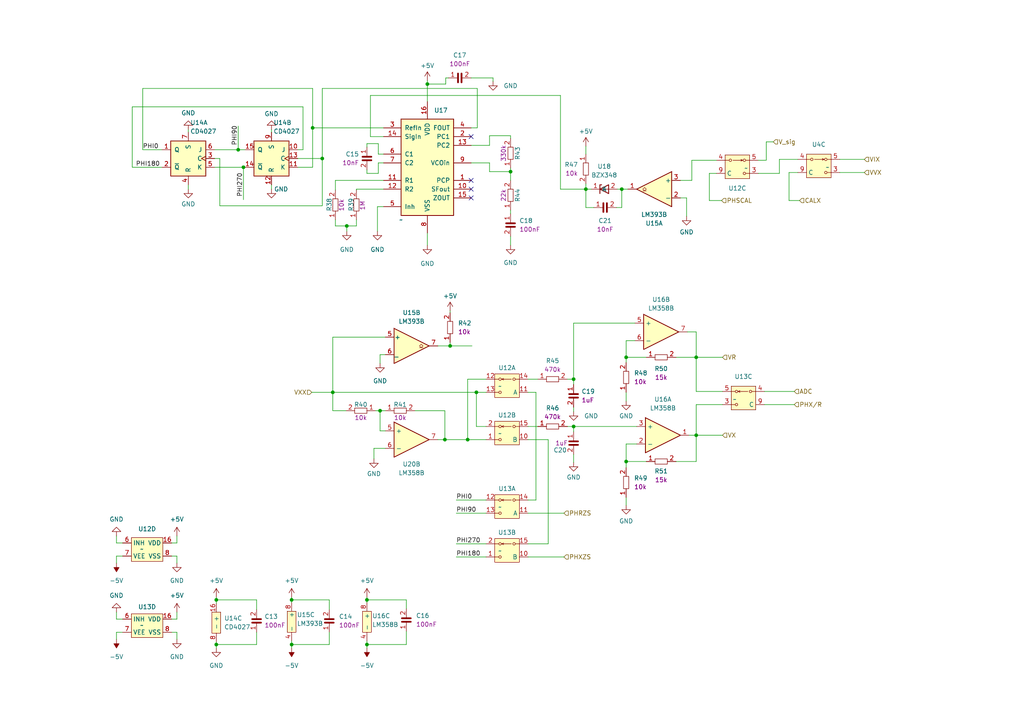
<source format=kicad_sch>
(kicad_sch (version 20230121) (generator eeschema)
  (paper "A4")
  (lib_symbols
    (symbol "Jojos_Lib:BZX348-C5V1"
      (property "Reference" "U" (at 0 0 0))
      (property "Value" "BZX348" (at 0 0 0))
      (symbol "BZX348-C5V1_0_1"
        (polyline (pts (xy 0.762 0) (xy -1.778 0)))
        (polyline (pts (xy -1.778 -1.27) (xy -1.778 1.27) (xy -1.27 1.27)) (stroke (width 0.254)))
        (polyline (pts (xy 0.762 -1.27) (xy 0.762 1.27) (xy -1.778 0) (xy 0.762 -1.27)) (stroke (width 0.254)))
      )
      (symbol "BZX348-C5V1_1_1"
        (pin passive line (at -4.318 0 0) (length 2.54) (name "K") (number "1"))
        (pin passive line (at 3.302 0 180) (length 2.54) (name "A") (number "2"))
      )
    )
    (symbol "Jojos_Lib:C0603_100nF_25V" (pin_names (offset 1.016))
      (property "Reference" "C" (at -3.81 0 90))
      (property "Val" "100nF" (at 3.81 0 90))
      (symbol "C0603_100nF_25V_1_1"
        (polyline (pts (xy -1.27 -0.508) (xy 1.27 -0.508)) (stroke (width 0.508)))
        (polyline (pts (xy -1.27 0.508) (xy 1.27 0.508)) (stroke (width 0.508)))
        (pin passive line (at 0 3.302 270) (length 2.54) (name "~") (number "1"))
        (pin passive line (at 0 -3.302 90) (length 2.54) (name "~") (number "2"))
      )
    )
    (symbol "Jojos_Lib:C0603_10nF_50V" (pin_names (offset 1.016))
      (property "Reference" "C" (at -3.81 0 90))
      (property "Val" "10nF" (at 3.81 0 90))
      (symbol "C0603_10nF_50V_1_1"
        (polyline (pts (xy -1.27 -0.508) (xy 1.27 -0.508)) (stroke (width 0.508)))
        (polyline (pts (xy -1.27 0.508) (xy 1.27 0.508)) (stroke (width 0.508)))
        (pin passive line (at 0 3.302 270) (length 2.54) (name "~") (number "1"))
        (pin passive line (at 0 -3.302 90) (length 2.54) (name "~") (number "2"))
      )
    )
    (symbol "Jojos_Lib:C0603_1uF_25V" (pin_names (offset 1.016))
      (property "Reference" "C" (at -3.81 0 90))
      (property "Val" "1uF" (at 3.81 0 90))
      (symbol "C0603_1uF_25V_1_1"
        (polyline (pts (xy -1.27 -0.508) (xy 1.27 -0.508)) (stroke (width 0.508)))
        (polyline (pts (xy -1.27 0.508) (xy 1.27 0.508)) (stroke (width 0.508)))
        (pin passive line (at 0 3.302 270) (length 2.54) (name "~") (number "1"))
        (pin passive line (at 0 -3.302 90) (length 2.54) (name "~") (number "2"))
      )
    )
    (symbol "Jojos_Lib:CD4027BM96" (pin_names (offset 1.016))
      (property "Reference" "U" (at 3.048 -5.08 0))
      (property "Value" "CD4027" (at 6.096 -2.794 0))
      (symbol "CD4027BM96_1_1"
        (rectangle (start -5.08 5.08) (end 5.08 -5.08) (stroke (width 0.254)) (fill (type background)))
        (pin output line (at 7.62 2.54 180) (length 2.54) (name "Q") (number "1"))
        (pin output line (at 7.62 -2.54 180) (length 2.54) (name "~{Q}") (number "2"))
        (pin input clock (at -7.62 0 0) (length 2.54) (name "C") (number "3"))
        (pin input line (at 0 -7.62 90) (length 2.54) (name "R") (number "4"))
        (pin input line (at -7.62 -2.54 0) (length 2.54) (name "K") (number "5"))
        (pin input line (at -7.62 2.54 0) (length 2.54) (name "J") (number "6"))
        (pin input line (at 0 7.62 270) (length 2.54) (name "S") (number "7"))
      )
      (symbol "CD4027BM96_2_1"
        (rectangle (start -5.08 5.08) (end 5.08 -5.08) (stroke (width 0.254)) (fill (type background)))
        (pin input line (at -7.62 2.54 0) (length 2.54) (name "J") (number "10"))
        (pin input line (at -7.62 -2.54 0) (length 2.54) (name "K") (number "11"))
        (pin input line (at 0 -7.62 90) (length 2.54) (name "R") (number "12"))
        (pin input clock (at -7.62 0 0) (length 2.54) (name "C") (number "13"))
        (pin output line (at 7.62 -2.54 180) (length 2.54) (name "~{Q}") (number "14"))
        (pin output line (at 7.62 2.54 180) (length 2.54) (name "Q") (number "15"))
        (pin input line (at 0 7.62 270) (length 2.54) (name "S") (number "9"))
      )
      (symbol "CD4027BM96_3_0"
        (pin power_in line (at 0 5.588 270) (length 2.54) (name "+") (number "16"))
        (pin power_in line (at 0 -5.588 90) (length 2.54) (name "-") (number "8"))
      )
      (symbol "CD4027BM96_3_1"
        (rectangle (start -1.27 3.048) (end 1.27 -3.048) (fill (type background)))
      )
    )
    (symbol "Jojos_Lib:CD4046" (pin_names (offset 1.016))
      (property "Reference" "U" (at -7.62 13.97 0))
      (symbol "CD4046_1_0"
        (pin output line (at 12.7 -5.08 180) (length 5.08) (name "PCP") (number "1"))
        (pin output line (at 12.7 -7.62 180) (length 5.08) (name "SFout") (number "10"))
        (pin input line (at -12.7 -5.08 0) (length 5.08) (name "R1") (number "11"))
        (pin input line (at -12.7 -7.62 0) (length 5.08) (name "R2") (number "12"))
        (pin tri_state line (at 12.7 5.08 180) (length 5.08) (name "PC2") (number "13"))
        (pin input line (at -12.7 7.62 0) (length 5.08) (name "SigIn") (number "14"))
        (pin output line (at 12.7 -10.16 180) (length 5.08) (name "ZOUT") (number "15"))
        (pin power_in line (at 0 17.78 270) (length 5.08) (name "VDD") (number "16"))
        (pin output line (at 12.7 7.62 180) (length 5.08) (name "PC1") (number "2"))
        (pin input line (at -12.7 10.16 0) (length 5.08) (name "RefIn") (number "3"))
        (pin output line (at 12.7 10.16 180) (length 5.08) (name "FOUT") (number "4"))
        (pin input line (at -12.7 -12.7 0) (length 5.08) (name "Inh") (number "5"))
        (pin input line (at -12.7 2.54 0) (length 5.08) (name "C1") (number "6"))
        (pin input line (at -12.7 0 0) (length 5.08) (name "C2") (number "7"))
        (pin power_in line (at 0 -20.32 90) (length 5.08) (name "VSS") (number "8"))
        (pin input line (at 12.7 0 180) (length 5.08) (name "VCOin") (number "9"))
      )
      (symbol "CD4046_1_1"
        (rectangle (start -7.62 12.7) (end 7.62 -15.24) (stroke (width 0.254)) (fill (type background)))
      )
    )
    (symbol "Jojos_Lib:CD4053"
      (property "Reference" "U" (at -1.016 4.318 0))
      (symbol "CD4053_1_1"
        (rectangle (start -3.048 3.302) (end 4.064 -3.556) (fill (type background)))
        (circle (center -1.524 -2.032) (radius 0.3592))
        (circle (center -1.524 1.778) (radius 0.3592))
        (polyline (pts (xy -2.032 -2.032) (xy -3.048 -2.032)))
        (polyline (pts (xy -2.032 1.778) (xy -3.048 1.778)))
        (polyline (pts (xy -1.016 1.778) (xy 1.778 1.778)))
        (polyline (pts (xy 3.048 1.778) (xy 4.064 1.778)))
        (polyline (pts (xy -1.016 1.778) (xy -0.508 2.032) (xy -1.016 1.778) (xy -0.508 1.524) (xy -1.016 1.778) (xy -0.762 1.778)))
        (circle (center 2.54 1.778) (radius 0.3592))
        (pin input line (at 6.604 -2.032 180) (length 2.54) (name "A") (number "11"))
        (pin bidirectional line (at -5.588 1.778 0) (length 2.54) (name "") (number "12"))
        (pin bidirectional line (at -5.588 -2.032 0) (length 2.54) (name "") (number "13"))
        (pin bidirectional line (at 6.604 1.778 180) (length 2.54) (name "") (number "14"))
      )
      (symbol "CD4053_2_1"
        (rectangle (start -3.048 3.302) (end 4.064 -3.556) (fill (type background)))
        (circle (center -1.524 -2.032) (radius 0.3592))
        (circle (center -1.524 1.778) (radius 0.3592))
        (polyline (pts (xy -2.032 -2.032) (xy -3.048 -2.032)))
        (polyline (pts (xy -2.032 1.778) (xy -3.048 1.778)))
        (polyline (pts (xy -1.016 1.778) (xy 1.778 1.778)))
        (polyline (pts (xy 3.048 1.778) (xy 4.064 1.778)))
        (polyline (pts (xy -1.016 1.778) (xy -0.508 2.032) (xy -1.016 1.778) (xy -0.508 1.524) (xy -1.016 1.778) (xy -0.762 1.778)))
        (circle (center 2.54 1.778) (radius 0.3592))
        (pin bidirectional line (at -5.588 -2.032 0) (length 2.54) (name "") (number "1"))
        (pin input line (at 6.604 -2.032 180) (length 2.54) (name "B") (number "10"))
        (pin bidirectional line (at 6.604 1.778 180) (length 2.54) (name "") (number "15"))
        (pin bidirectional line (at -5.588 1.778 0) (length 2.54) (name "") (number "2"))
      )
      (symbol "CD4053_3_1"
        (rectangle (start -2.54 3.556) (end 4.572 -3.302) (fill (type background)))
        (circle (center -1.016 -1.778) (radius 0.3592))
        (circle (center -1.016 2.032) (radius 0.3592))
        (polyline (pts (xy -1.524 -1.778) (xy -2.54 -1.778)))
        (polyline (pts (xy -1.524 2.032) (xy -2.54 2.032)))
        (polyline (pts (xy -0.508 2.032) (xy 2.286 2.032)))
        (polyline (pts (xy 3.556 2.032) (xy 4.572 2.032)))
        (polyline (pts (xy -0.508 2.032) (xy 0 2.286) (xy -0.508 2.032) (xy 0 1.778) (xy -0.508 2.032) (xy -0.254 2.032)))
        (circle (center 3.048 2.032) (radius 0.3592))
        (pin bidirectional line (at -5.08 -1.778 0) (length 2.54) (name "") (number "3"))
        (pin bidirectional line (at 7.112 2.032 180) (length 2.54) (name "") (number "4"))
        (pin bidirectional line (at -5.08 2.032 0) (length 2.54) (name "") (number "5"))
        (pin input line (at 7.112 -1.778 180) (length 2.54) (name "C") (number "9"))
      )
      (symbol "CD4053_4_1"
        (rectangle (start -4.572 3.048) (end 4.572 -3.81) (fill (type background)))
        (pin power_in line (at 7.112 1.524 180) (length 2.54) (name "VDD") (number "16"))
        (pin input line (at -7.112 1.524 0) (length 2.54) (name "INH") (number "6"))
        (pin power_in line (at -7.112 -2.286 0) (length 2.54) (name "VEE") (number "7"))
        (pin power_in line (at 7.112 -2.286 180) (length 2.54) (name "VSS") (number "8"))
      )
    )
    (symbol "Jojos_Lib:LM358B"
      (property "Reference" "U" (at 3.048 -1.016 0))
      (property "Value" "LM358B" (at 6.35 5.334 0))
      (symbol "LM358B_1_1"
        (polyline (pts (xy -3.048 5.08) (xy 7.112 0) (xy -3.048 -5.08) (xy -3.048 5.08)) (stroke (width 0.254)) (fill (type background)))
        (pin output line (at 9.652 0 180) (length 2.54) (name "~") (number "1"))
        (pin input line (at -5.588 -2.54 0) (length 2.54) (name "-") (number "2"))
        (pin input line (at -5.588 2.54 0) (length 2.54) (name "+") (number "3"))
      )
      (symbol "LM358B_2_1"
        (polyline (pts (xy -3.81 5.08) (xy 6.35 0) (xy -3.81 -5.08) (xy -3.81 5.08)) (stroke (width 0.254)) (fill (type background)))
        (pin input line (at -6.35 2.54 0) (length 2.54) (name "+") (number "5"))
        (pin input line (at -6.35 -2.54 0) (length 2.54) (name "-") (number "6"))
        (pin output line (at 8.89 0 180) (length 2.54) (name "~") (number "7"))
      )
      (symbol "LM358B_3_1"
        (rectangle (start -1.27 2.54) (end 1.27 -3.556) (fill (type background)))
        (pin power_in line (at 0 -6.096 90) (length 2.54) (name "-") (number "4"))
        (pin power_in line (at 0 5.08 270) (length 2.54) (name "+") (number "8"))
      )
    )
    (symbol "Jojos_Lib:LM393B" (pin_names (offset 0.127))
      (property "Reference" "U" (at 3.81 3.81 0))
      (property "Value" "LM393B" (at 2.794 -4.318 0))
      (symbol "LM393B_1_1"
        (polyline (pts (xy -5.08 5.08) (xy 5.08 0) (xy -5.08 -5.08) (xy -5.08 5.08)) (stroke (width 0.254)) (fill (type background)))
        (polyline (pts (xy 3.302 -0.508) (xy 2.794 -0.508) (xy 3.302 0) (xy 2.794 0.508) (xy 2.286 0) (xy 2.794 -0.508) (xy 2.286 -0.508)) (stroke (width 0.127)))
        (pin open_collector line (at 7.62 0 180) (length 2.54) (name "~") (number "1"))
        (pin input line (at -7.62 -2.54 0) (length 2.54) (name "-") (number "2"))
        (pin input line (at -7.62 2.54 0) (length 2.54) (name "+") (number "3"))
      )
      (symbol "LM393B_2_1"
        (polyline (pts (xy -5.08 5.08) (xy 5.08 0) (xy -5.08 -5.08) (xy -5.08 5.08)) (stroke (width 0.254)) (fill (type background)))
        (polyline (pts (xy 3.302 -0.508) (xy 2.794 -0.508) (xy 3.302 0) (xy 2.794 0.508) (xy 2.286 0) (xy 2.794 -0.508) (xy 2.286 -0.508)) (stroke (width 0.127)))
        (pin input line (at -7.62 2.54 0) (length 2.54) (name "+") (number "5"))
        (pin input line (at -7.62 -2.54 0) (length 2.54) (name "_") (number "6"))
        (pin open_collector line (at 7.62 0 180) (length 2.54) (name "~") (number "7"))
      )
      (symbol "LM393B_3_1"
        (rectangle (start -3.81 2.286) (end -1.27 -3.81) (fill (type background)))
        (pin power_in line (at -2.54 -6.35 90) (length 2.54) (name "-") (number "4"))
        (pin power_in line (at -2.54 4.826 270) (length 2.54) (name "+") (number "8"))
      )
    )
    (symbol "Jojos_Lib:R0603_10k" (pin_names (offset 0.762))
      (property "Reference" "R" (at -0.635 2.54 0))
      (property "Val" "10k" (at 0 -2.54 0))
      (symbol "R0603_10k_0_1"
        (polyline (pts (xy -1.778 0.762) (xy 1.778 0.762) (xy 1.778 -0.762) (xy -1.778 -0.762) (xy -1.778 0.762)) (stroke (width 0.1524)))
      )
      (symbol "R0603_10k_1_0"
        (pin passive line (at -4.318 0 0) (length 2.54) (name "~") (number "1"))
        (pin passive line (at 4.318 0 180) (length 2.54) (name "~") (number "2"))
      )
    )
    (symbol "Jojos_Lib:R0603_15k" (pin_names (offset 0.762))
      (property "Reference" "R" (at -0.635 2.54 0))
      (property "Val" "15k" (at 0 -2.54 0))
      (symbol "R0603_15k_0_1"
        (polyline (pts (xy -1.778 0.762) (xy 1.778 0.762) (xy 1.778 -0.762) (xy -1.778 -0.762) (xy -1.778 0.762)) (stroke (width 0.1524)))
      )
      (symbol "R0603_15k_1_0"
        (pin passive line (at -4.318 0 0) (length 2.54) (name "~") (number "1"))
        (pin passive line (at 4.318 0 180) (length 2.54) (name "~") (number "2"))
      )
    )
    (symbol "Jojos_Lib:R0603_1M" (pin_names (offset 0.762))
      (property "Reference" "R" (at -0.381 2.54 0))
      (property "Val" "1M" (at 0.254 -2.54 0))
      (symbol "R0603_1M_0_1"
        (polyline (pts (xy -1.778 0.762) (xy 1.778 0.762) (xy 1.778 -0.762) (xy -1.778 -0.762) (xy -1.778 0.762)) (stroke (width 0.1524)))
      )
      (symbol "R0603_1M_1_0"
        (pin passive line (at -4.318 0 0) (length 2.54) (name "~") (number "1"))
        (pin passive line (at 4.318 0 180) (length 2.54) (name "~") (number "2"))
      )
    )
    (symbol "Jojos_Lib:R0603_22k" (pin_names (offset 0.762))
      (property "Reference" "R" (at -0.635 2.54 0))
      (property "Val" "22k" (at 0 -2.54 0))
      (symbol "R0603_22k_0_1"
        (polyline (pts (xy -1.778 0.762) (xy 1.778 0.762) (xy 1.778 -0.762) (xy -1.778 -0.762) (xy -1.778 0.762)) (stroke (width 0.1524)))
      )
      (symbol "R0603_22k_1_0"
        (pin passive line (at -4.318 0 0) (length 2.54) (name "~") (number "1"))
        (pin passive line (at 4.318 0 180) (length 2.54) (name "~") (number "2"))
      )
    )
    (symbol "Jojos_Lib:R0603_330k" (pin_names (offset 0.762))
      (property "Reference" "R" (at -0.381 2.54 0))
      (property "Val" "330k" (at 0.254 -2.54 0))
      (symbol "R0603_330k_0_1"
        (polyline (pts (xy -1.778 0.762) (xy 1.778 0.762) (xy 1.778 -0.762) (xy -1.778 -0.762) (xy -1.778 0.762)) (stroke (width 0.1524)))
      )
      (symbol "R0603_330k_1_0"
        (pin passive line (at -4.318 0 0) (length 2.54) (name "~") (number "1"))
        (pin passive line (at 4.318 0 180) (length 2.54) (name "~") (number "2"))
      )
    )
    (symbol "Jojos_Lib:R0603_470k" (pin_names (offset 0.762))
      (property "Reference" "R" (at -0.381 2.54 0))
      (property "Val" "470k" (at 0.254 -2.54 0))
      (symbol "R0603_470k_0_1"
        (polyline (pts (xy -1.778 0.762) (xy 1.778 0.762) (xy 1.778 -0.762) (xy -1.778 -0.762) (xy -1.778 0.762)) (stroke (width 0.1524)))
      )
      (symbol "R0603_470k_1_0"
        (pin passive line (at -4.318 0 0) (length 2.54) (name "~") (number "1"))
        (pin passive line (at 4.318 0 180) (length 2.54) (name "~") (number "2"))
      )
    )
    (symbol "power:+5V" (power) (pin_names (offset 0))
      (property "Value" "+5V" (at 0 3.556 0))
      (symbol "+5V_0_1"
        (polyline (pts (xy -0.762 1.27) (xy 0 2.54)))
        (polyline (pts (xy 0 0) (xy 0 2.54)))
        (polyline (pts (xy 0 2.54) (xy 0.762 1.27)))
      )
      (symbol "+5V_1_1"
        (pin power_in line (at 0 0 90) (length 0) hide (name "+5V") (number "1"))
      )
    )
    (symbol "power:-5V" (power) (pin_names (offset 0))
      (property "Value" "-5V" (at 0 3.81 0))
      (symbol "-5V_0_0"
        (pin power_in line (at 0 0 90) (length 0) hide (name "-5V") (number "1"))
      )
      (symbol "-5V_0_1"
        (polyline (pts (xy 0 0) (xy 0 1.27) (xy 0.762 1.27) (xy 0 2.54) (xy -0.762 1.27) (xy 0 1.27)) (fill (type outline)))
      )
    )
    (symbol "power:GND" (power) (pin_names (offset 0))
      (property "Value" "GND" (at 0 -3.81 0))
      (symbol "GND_0_1"
        (polyline (pts (xy 0 0) (xy 0 -1.27) (xy 1.27 -1.27) (xy 0 -2.54) (xy -1.27 -1.27) (xy 0 -1.27)))
      )
      (symbol "GND_1_1"
        (pin power_in line (at 0 0 270) (length 0) hide (name "GND") (number "1"))
      )
    )
  )
  (junction (at 135.636 127.508))
  (junction (at 201.93 126.238))
  (junction (at 123.952 24.384))
  (junction (at 148.082 49.784))
  (junction (at 130.556 100.33))
  (junction (at 69.088 43.434))
  (junction (at 138.176 113.792))
  (junction (at 201.93 103.632))
  (junction (at 100.584 65.532))
  (junction (at 96.52 113.792))
  (junction (at 84.582 173.99))
  (junction (at 90.678 37.084))
  (junction (at 180.34 54.864))
  (junction (at 129.032 127.508))
  (junction (at 70.612 48.514))
  (junction (at 181.61 133.858))
  (junction (at 84.582 186.944))
  (junction (at 166.37 109.982))
  (junction (at 181.61 103.632))
  (junction (at 62.738 186.944))
  (junction (at 106.426 186.944))
  (junction (at 166.37 123.698))
  (junction (at 110.236 119.126))
  (junction (at 62.738 173.99))
  (junction (at 106.426 173.99))
  (junction (at 93.472 45.974))
  (junction (at 169.926 54.864))
  (no_connect (at 136.652 54.864))
  (no_connect (at 136.652 52.324))
  (no_connect (at 136.652 39.624))
  (no_connect (at 136.652 57.404))
  (wire (pts (xy 181.61 113.792) (xy 181.61 116.332)))
  (wire (pts (xy 106.426 49.276) (xy 106.426 50.292)))
  (wire (pts (xy 153.162 148.844) (xy 163.576 148.844)))
  (wire (pts (xy 129.032 127.508) (xy 135.636 127.508)))
  (wire (pts (xy 155.448 145.034) (xy 153.162 145.034)))
  (wire (pts (xy 62.738 173.99) (xy 62.738 175.006)))
  (wire (pts (xy 86.36 48.514) (xy 90.678 48.514)))
  (wire (pts (xy 95.504 183.388) (xy 95.504 186.944)))
  (wire (pts (xy 209.55 113.538) (xy 201.93 113.538)))
  (wire (pts (xy 228.854 50.038) (xy 228.854 58.166)))
  (wire (pts (xy 162.56 27.686) (xy 162.56 54.864)))
  (wire (pts (xy 201.93 96.266) (xy 199.39 96.266)))
  (wire (pts (xy 221.742 113.538) (xy 230.378 113.538)))
  (wire (pts (xy 141.986 42.164) (xy 141.986 39.37)))
  (wire (pts (xy 226.06 50.292) (xy 219.964 50.292)))
  (wire (pts (xy 38.354 30.988) (xy 87.884 30.988)))
  (wire (pts (xy 148.082 68.58) (xy 148.082 71.12)))
  (wire (pts (xy 153.162 161.544) (xy 163.576 161.544)))
  (wire (pts (xy 130.556 90.17) (xy 130.556 90.678)))
  (wire (pts (xy 123.952 71.12) (xy 123.952 67.564)))
  (wire (pts (xy 140.97 123.698) (xy 138.176 123.698)))
  (wire (pts (xy 222.25 46.482) (xy 219.964 46.482)))
  (wire (pts (xy 130.048 22.606) (xy 129.286 22.606)))
  (wire (pts (xy 180.34 54.864) (xy 182.118 54.864)))
  (wire (pts (xy 35.56 179.578) (xy 33.782 179.578)))
  (wire (pts (xy 129.032 119.126) (xy 129.032 127.508)))
  (wire (pts (xy 103.378 65.532) (xy 103.378 63.754)))
  (wire (pts (xy 74.422 183.388) (xy 74.422 186.944)))
  (wire (pts (xy 84.582 186.944) (xy 84.582 187.96)))
  (wire (pts (xy 148.082 49.784) (xy 141.986 49.784)))
  (wire (pts (xy 95.504 186.944) (xy 84.582 186.944)))
  (wire (pts (xy 111.252 52.324) (xy 97.282 52.324)))
  (wire (pts (xy 35.56 157.48) (xy 33.782 157.48)))
  (wire (pts (xy 41.402 43.434) (xy 46.99 43.434)))
  (wire (pts (xy 90.678 25.654) (xy 41.402 25.654)))
  (wire (pts (xy 129.032 127.508) (xy 127 127.508)))
  (wire (pts (xy 132.334 148.844) (xy 140.97 148.844)))
  (wire (pts (xy 62.23 48.514) (xy 70.612 48.514)))
  (wire (pts (xy 222.25 41.148) (xy 224.282 41.148)))
  (wire (pts (xy 109.728 50.292) (xy 109.728 47.244)))
  (wire (pts (xy 166.37 93.726) (xy 166.37 109.982)))
  (wire (pts (xy 228.854 58.166) (xy 231.902 58.166)))
  (wire (pts (xy 96.52 119.126) (xy 96.52 113.792)))
  (wire (pts (xy 93.472 25.654) (xy 93.472 45.974)))
  (wire (pts (xy 135.636 109.982) (xy 135.636 127.508)))
  (wire (pts (xy 78.74 37.592) (xy 78.74 38.354)))
  (wire (pts (xy 135.636 127.508) (xy 140.97 127.508)))
  (wire (pts (xy 62.738 186.182) (xy 62.738 186.944)))
  (wire (pts (xy 109.728 44.704) (xy 111.252 44.704)))
  (wire (pts (xy 184.15 98.806) (xy 181.61 98.806)))
  (wire (pts (xy 51.308 161.29) (xy 51.308 163.322)))
  (wire (pts (xy 90.678 48.514) (xy 90.678 37.084)))
  (wire (pts (xy 123.952 24.384) (xy 123.952 29.464)))
  (wire (pts (xy 164.592 109.982) (xy 166.37 109.982)))
  (wire (pts (xy 96.52 97.79) (xy 96.52 113.792)))
  (wire (pts (xy 49.784 161.29) (xy 51.308 161.29)))
  (wire (pts (xy 103.378 54.864) (xy 111.252 54.864)))
  (wire (pts (xy 117.856 176.53) (xy 117.856 173.99)))
  (wire (pts (xy 96.52 119.126) (xy 100.33 119.126)))
  (wire (pts (xy 243.586 46.228) (xy 250.698 46.228)))
  (wire (pts (xy 110.236 102.87) (xy 110.236 105.41)))
  (wire (pts (xy 106.426 173.228) (xy 106.426 173.99)))
  (wire (pts (xy 106.426 50.292) (xy 109.728 50.292)))
  (wire (pts (xy 155.448 113.792) (xy 155.448 145.034)))
  (wire (pts (xy 201.93 113.538) (xy 201.93 103.632)))
  (wire (pts (xy 97.282 52.324) (xy 97.282 55.118)))
  (wire (pts (xy 49.784 157.48) (xy 51.308 157.48)))
  (wire (pts (xy 196.088 103.632) (xy 201.93 103.632)))
  (wire (pts (xy 109.728 47.244) (xy 111.252 47.244)))
  (wire (pts (xy 197.358 52.324) (xy 200.66 52.324)))
  (wire (pts (xy 111.76 130.048) (xy 108.458 130.048)))
  (wire (pts (xy 87.884 43.434) (xy 86.36 43.434)))
  (wire (pts (xy 184.15 93.726) (xy 166.37 93.726)))
  (wire (pts (xy 62.23 45.974) (xy 63.754 45.974)))
  (wire (pts (xy 243.586 50.038) (xy 250.698 50.038)))
  (wire (pts (xy 209.55 117.348) (xy 201.93 117.348)))
  (wire (pts (xy 138.43 25.654) (xy 93.472 25.654)))
  (wire (pts (xy 138.176 123.698) (xy 138.176 113.792)))
  (wire (pts (xy 166.37 123.698) (xy 166.37 125.222)))
  (wire (pts (xy 70.612 48.514) (xy 70.612 57.912)))
  (wire (pts (xy 84.582 185.928) (xy 84.582 186.944)))
  (wire (pts (xy 110.236 119.126) (xy 108.966 119.126)))
  (wire (pts (xy 111.76 124.968) (xy 110.236 124.968)))
  (wire (pts (xy 148.082 60.96) (xy 148.082 61.976)))
  (wire (pts (xy 33.782 183.388) (xy 33.782 185.42)))
  (wire (pts (xy 51.308 155.448) (xy 51.308 157.48)))
  (wire (pts (xy 162.56 54.864) (xy 169.926 54.864)))
  (wire (pts (xy 90.424 113.792) (xy 96.52 113.792)))
  (wire (pts (xy 109.474 59.944) (xy 109.474 67.056)))
  (wire (pts (xy 33.782 177.546) (xy 33.782 179.578)))
  (wire (pts (xy 109.728 41.656) (xy 109.728 44.704)))
  (wire (pts (xy 74.422 186.944) (xy 62.738 186.944)))
  (wire (pts (xy 166.37 109.982) (xy 166.37 111.506)))
  (wire (pts (xy 38.354 48.514) (xy 38.354 30.988)))
  (wire (pts (xy 127 100.33) (xy 130.556 100.33)))
  (wire (pts (xy 153.162 123.698) (xy 155.956 123.698)))
  (wire (pts (xy 111.252 39.624) (xy 107.442 39.624)))
  (wire (pts (xy 96.52 113.792) (xy 138.176 113.792)))
  (wire (pts (xy 106.426 185.928) (xy 106.426 186.944)))
  (wire (pts (xy 123.952 23.368) (xy 123.952 24.384)))
  (wire (pts (xy 63.754 59.69) (xy 93.472 59.69)))
  (wire (pts (xy 201.93 126.238) (xy 199.898 126.238)))
  (wire (pts (xy 62.738 186.944) (xy 62.738 187.96)))
  (wire (pts (xy 117.856 186.944) (xy 106.426 186.944)))
  (wire (pts (xy 136.652 37.084) (xy 138.43 37.084)))
  (wire (pts (xy 169.926 60.198) (xy 169.926 54.864)))
  (wire (pts (xy 33.782 161.29) (xy 33.782 163.322)))
  (wire (pts (xy 201.93 103.632) (xy 201.93 96.266)))
  (wire (pts (xy 111.76 102.87) (xy 110.236 102.87)))
  (wire (pts (xy 221.742 117.348) (xy 230.378 117.348)))
  (wire (pts (xy 35.56 161.29) (xy 33.782 161.29)))
  (wire (pts (xy 84.582 173.99) (xy 84.582 174.752)))
  (wire (pts (xy 153.162 127.508) (xy 159.004 127.508)))
  (wire (pts (xy 97.282 65.532) (xy 100.584 65.532)))
  (wire (pts (xy 201.93 117.348) (xy 201.93 126.238)))
  (wire (pts (xy 222.25 41.148) (xy 222.25 46.482)))
  (wire (pts (xy 107.442 39.624) (xy 107.442 27.686)))
  (wire (pts (xy 136.652 42.164) (xy 141.986 42.164)))
  (wire (pts (xy 181.61 144.272) (xy 181.61 146.558)))
  (wire (pts (xy 143.002 22.606) (xy 143.002 23.622)))
  (wire (pts (xy 110.236 119.126) (xy 111.76 119.126)))
  (wire (pts (xy 90.678 25.654) (xy 90.678 37.084)))
  (wire (pts (xy 197.358 57.404) (xy 199.136 57.404)))
  (wire (pts (xy 74.422 173.99) (xy 62.738 173.99)))
  (wire (pts (xy 153.162 113.792) (xy 155.448 113.792)))
  (wire (pts (xy 100.584 65.532) (xy 100.584 67.056)))
  (wire (pts (xy 106.426 42.672) (xy 106.426 41.656)))
  (wire (pts (xy 69.088 36.576) (xy 69.088 43.434)))
  (wire (pts (xy 148.082 49.784) (xy 148.082 52.324)))
  (wire (pts (xy 166.37 123.698) (xy 184.658 123.698)))
  (wire (pts (xy 78.74 53.594) (xy 78.74 54.864)))
  (wire (pts (xy 148.082 39.37) (xy 148.082 40.132)))
  (wire (pts (xy 106.426 41.656) (xy 109.728 41.656)))
  (wire (pts (xy 35.56 183.388) (xy 33.782 183.388)))
  (wire (pts (xy 205.74 58.166) (xy 209.296 58.166)))
  (wire (pts (xy 33.782 155.448) (xy 33.782 157.48)))
  (wire (pts (xy 231.394 46.228) (xy 226.06 46.228)))
  (wire (pts (xy 166.37 131.826) (xy 166.37 134.112)))
  (wire (pts (xy 181.61 103.632) (xy 187.452 103.632)))
  (wire (pts (xy 201.93 133.858) (xy 201.93 126.238)))
  (wire (pts (xy 108.458 130.048) (xy 108.458 133.096)))
  (wire (pts (xy 41.402 25.654) (xy 41.402 43.434)))
  (wire (pts (xy 117.856 173.99) (xy 106.426 173.99)))
  (wire (pts (xy 226.06 46.228) (xy 226.06 50.292)))
  (wire (pts (xy 87.884 30.988) (xy 87.884 43.434)))
  (wire (pts (xy 199.136 57.404) (xy 199.136 62.738)))
  (wire (pts (xy 86.36 45.974) (xy 93.472 45.974)))
  (wire (pts (xy 74.422 176.784) (xy 74.422 173.99)))
  (wire (pts (xy 169.926 54.864) (xy 171.45 54.864)))
  (wire (pts (xy 159.004 127.508) (xy 159.004 157.734)))
  (wire (pts (xy 107.442 27.686) (xy 162.56 27.686)))
  (wire (pts (xy 141.986 47.244) (xy 136.652 47.244)))
  (wire (pts (xy 181.61 128.778) (xy 184.658 128.778)))
  (wire (pts (xy 148.082 48.768) (xy 148.082 49.784)))
  (wire (pts (xy 54.61 37.592) (xy 54.61 38.354)))
  (wire (pts (xy 201.93 103.632) (xy 209.55 103.632)))
  (wire (pts (xy 51.308 183.388) (xy 51.308 185.42)))
  (wire (pts (xy 153.162 109.982) (xy 155.956 109.982)))
  (wire (pts (xy 97.282 63.754) (xy 97.282 65.532)))
  (wire (pts (xy 159.004 157.734) (xy 153.162 157.734)))
  (wire (pts (xy 46.99 48.514) (xy 38.354 48.514)))
  (wire (pts (xy 130.556 100.33) (xy 130.556 99.314)))
  (wire (pts (xy 132.334 161.544) (xy 140.97 161.544)))
  (wire (pts (xy 132.334 157.734) (xy 140.97 157.734)))
  (wire (pts (xy 49.784 183.388) (xy 51.308 183.388)))
  (wire (pts (xy 141.986 49.784) (xy 141.986 47.244)))
  (wire (pts (xy 138.43 37.084) (xy 138.43 25.654)))
  (wire (pts (xy 129.286 22.606) (xy 129.286 24.384)))
  (wire (pts (xy 178.816 60.198) (xy 180.34 60.198)))
  (wire (pts (xy 54.61 53.594) (xy 54.61 54.864)))
  (wire (pts (xy 120.396 119.126) (xy 129.032 119.126)))
  (wire (pts (xy 200.66 46.482) (xy 200.66 52.324)))
  (wire (pts (xy 63.754 45.974) (xy 63.754 59.69)))
  (wire (pts (xy 169.926 42.418) (xy 169.926 44.704)))
  (wire (pts (xy 140.97 109.982) (xy 135.636 109.982)))
  (wire (pts (xy 110.236 124.968) (xy 110.236 119.126)))
  (wire (pts (xy 111.76 97.79) (xy 96.52 97.79)))
  (wire (pts (xy 84.582 173.228) (xy 84.582 173.99)))
  (wire (pts (xy 164.592 123.698) (xy 166.37 123.698)))
  (wire (pts (xy 62.738 173.228) (xy 62.738 173.99)))
  (wire (pts (xy 181.61 98.806) (xy 181.61 103.632)))
  (wire (pts (xy 106.426 173.99) (xy 106.426 174.752)))
  (wire (pts (xy 130.556 100.33) (xy 136.906 100.33)))
  (wire (pts (xy 69.088 43.434) (xy 71.12 43.434)))
  (wire (pts (xy 132.334 145.034) (xy 140.97 145.034)))
  (wire (pts (xy 93.472 59.69) (xy 93.472 45.974)))
  (wire (pts (xy 95.504 173.99) (xy 84.582 173.99)))
  (wire (pts (xy 90.678 37.084) (xy 111.252 37.084)))
  (wire (pts (xy 51.308 177.546) (xy 51.308 179.578)))
  (wire (pts (xy 205.74 50.292) (xy 205.74 58.166)))
  (wire (pts (xy 172.212 60.198) (xy 169.926 60.198)))
  (wire (pts (xy 181.61 133.858) (xy 181.61 128.778)))
  (wire (pts (xy 207.772 50.292) (xy 205.74 50.292)))
  (wire (pts (xy 70.612 48.514) (xy 71.12 48.514)))
  (wire (pts (xy 180.34 54.864) (xy 180.34 60.198)))
  (wire (pts (xy 49.784 179.578) (xy 51.308 179.578)))
  (wire (pts (xy 181.61 135.636) (xy 181.61 133.858)))
  (wire (pts (xy 231.394 50.038) (xy 228.854 50.038)))
  (wire (pts (xy 100.584 65.532) (xy 103.378 65.532)))
  (wire (pts (xy 201.93 126.238) (xy 209.55 126.238)))
  (wire (pts (xy 166.37 118.11) (xy 166.37 119.38)))
  (wire (pts (xy 95.504 176.784) (xy 95.504 173.99)))
  (wire (pts (xy 117.856 183.134) (xy 117.856 186.944)))
  (wire (pts (xy 103.378 54.864) (xy 103.378 55.118)))
  (wire (pts (xy 106.426 186.944) (xy 106.426 187.96)))
  (wire (pts (xy 181.61 103.632) (xy 181.61 105.156)))
  (wire (pts (xy 141.986 39.37) (xy 148.082 39.37)))
  (wire (pts (xy 179.07 54.864) (xy 180.34 54.864)))
  (wire (pts (xy 136.652 22.606) (xy 143.002 22.606)))
  (wire (pts (xy 196.088 133.858) (xy 201.93 133.858)))
  (wire (pts (xy 111.252 59.944) (xy 109.474 59.944)))
  (wire (pts (xy 181.61 133.858) (xy 187.452 133.858)))
  (wire (pts (xy 169.926 53.34) (xy 169.926 54.864)))
  (wire (pts (xy 62.23 43.434) (xy 69.088 43.434)))
  (wire (pts (xy 138.176 113.792) (xy 140.97 113.792)))
  (wire (pts (xy 129.286 24.384) (xy 123.952 24.384)))
  (wire (pts (xy 207.772 46.482) (xy 200.66 46.482)))
  (label "PHI180" (at 39.37 48.514 0))
  (label "PHI270" (at 132.334 157.734 0))
  (label "PHI180" (at 132.334 161.544 0))
  (label "PHI90" (at 69.088 42.164 90))
  (label "PHI270" (at 70.612 50.038 270))
  (label "PHI0" (at 132.334 145.034 0))
  (label "PHI90" (at 132.334 148.844 0))
  (label "PHI0" (at 41.402 43.434 0))
  (hierarchical_label "VVX" (shape input) (at 250.698 50.038 0))
  (hierarchical_label "PHX{slash}R" (shape input) (at 230.378 117.348 0))
  (hierarchical_label "CALX" (shape input) (at 231.902 58.166 0))
  (hierarchical_label "VR" (shape input) (at 209.55 103.632 0))
  (hierarchical_label "PHXZS" (shape input) (at 163.576 161.544 0))
  (hierarchical_label "PHSCAL" (shape input) (at 209.296 58.166 0))
  (hierarchical_label "V_sig" (shape input) (at 224.282 41.148 0))
  (hierarchical_label "ADC" (shape input) (at 230.378 113.538 0))
  (hierarchical_label "VXX" (shape input) (at 90.424 113.792 180))
  (hierarchical_label "VIX" (shape input) (at 250.698 46.228 0))
  (hierarchical_label "VX" (shape input) (at 209.55 126.238 0))
  (hierarchical_label "PHRZS" (shape input) (at 163.576 148.844 0))
  (symbol (lib_id "Jojos_Lib:R0603_10k") (at 130.556 94.996 90) (unit 1)
    (property "Reference" "R42" (at 132.842 93.726 90) (effects (justify right)))
    (property "Value" "R0603_10k" (effects hide))
    (property "Footprint" "Resistor_SMD:R_0603_1608Metric" (effects hide))
    (property "Description" "Res 0603 10k 1%" (effects hide))
    (property "Height" "0.55" (effects hide))
    (property "Mouser Part Number" "71-CRCW060310K0FKEB" (effects hide))
    (property "Manufacturer_Part_Number" "CRCW060310K0FKEB" (effects hide))
    (property "Val" "10k" (at 132.842 96.266 90) (effects (justify right)))
  )
  (symbol (lib_id "power:GND") (at 166.37 119.38 0) (unit 1)
    (property "Reference" "#PWR067" (effects hide))
    (property "Value" "GND" (at 169.418 120.65 0) (effects (justify left)))
  )
  (symbol (lib_id "power:+5V") (at 62.738 173.228 0) (unit 1)
    (property "Reference" "#PWR040" (effects hide))
    (property "Value" "+5V" (at 62.738 168.402 0))
    (instances (project "ZM202_analog" (path "" (reference "#PWR040") (unit 1)) (path "" (reference "#PWR049") (unit 1)) (path "" (reference "#PWR050") (unit 1))))
  )
  (symbol (lib_id "Jojos_Lib:C0603_100nF_25V") (at 74.422 180.086 180) (unit 1)
    (property "Reference" "C13" (at 76.708 178.816 0) (effects (justify right)))
    (property "Value" "C0603_100nF_25V" (effects hide))
    (property "Footprint" "Capacitor_SMD:C_0603_1608Metric" (effects hide))
    (property "Mouser Part Number" "710-885012206071 " (effects hide))
    (property "Digi-Key" "732-7989-1-ND" (effects hide))
    (property "Place" "Yes" (effects hide))
    (property "Price" "0.04" (effects hide))
    (property "Val" "100nF" (at 76.708 181.356 0) (effects (justify right)))
  )
  (symbol (lib_id "Jojos_Lib:CD4053") (at 146.558 146.812 0) (unit 1)
    (property "Reference" "U13" (at 147.066 141.732 0))
    (property "Value" "~" (at 145.034 147.066 0))
    (property "Footprint" "Package_SO:SOIC-16W_5.3x10.2mm_P1.27mm" (effects hide))
    (property "Mouser Part Number" "595-CD4053BM96G3" (effects hide))
  )
  (symbol (lib_id "Jojos_Lib:R0603_330k") (at 148.082 44.45 90) (unit 1)
    (property "Reference" "R43" (at 150.114 44.45 0))
    (property "Value" "R0603_330k" (effects hide))
    (property "Footprint" "Resistor_SMD:R_0603_1608Metric" (effects hide))
    (property "Height" "0.55" (effects hide))
    (property "Mouser Part Number" "603-RC0603JR-07330KL" (effects hide))
    (property "Manufacturer_Part_Number" "RC0603JR-07330KL" (effects hide))
    (property "Val" "330k" (at 146.05 44.45 0))
  )
  (symbol (lib_id "power:GND") (at 123.952 71.12 0) (unit 1)
    (property "Reference" "#PWR063" (effects hide))
    (property "Value" "GND" (at 123.952 76.454 0))
  )
  (symbol (lib_id "Jojos_Lib:LM358B") (at 118.11 127.508 0) (unit 2)
    (property "Reference" "U20" (at 119.38 134.62 0))
    (property "Value" "LM358B" (at 119.38 137.16 0))
    (property "Footprint" "Package_SO:SO-8_3.9x4.9mm_P1.27mm" (effects hide))
    (property "Mouser Part Number" "595-LM358BAIDR " (effects hide))
    (instances (project "ZM202_analog" (path "" (reference "U20") (unit 2)) (path "" (reference "U7") (unit 2))))
  )
  (symbol (lib_id "Jojos_Lib:CD4027BM96") (at 78.74 45.974 0) (mirror y) (unit 2)
    (property "Reference" "U14" (at 79.3241 35.56 0) (effects (justify right)))
    (property "Value" "CD4027" (at 79.3241 38.1 0) (effects (justify right)))
    (property "Footprint" "Package_SO:SO-16_3.9x9.9mm_P1.27mm" (effects hide))
    (property "Datasheet" "http://www.intersil.com/content/dam/Intersil/documents/cd40/cd4027bms.pdf" (effects hide))
    (property "Mouser Part Number" "595-CD4027BM96 " (effects hide))
  )
  (symbol (lib_id "Jojos_Lib:CD4053") (at 214.63 115.57 0) (unit 3)
    (property "Reference" "U13" (at 215.646 109.22 0))
    (property "Value" "~" (at 213.106 115.824 0))
    (property "Footprint" "Package_SO:SOIC-16W_5.3x10.2mm_P1.27mm" (effects hide))
    (property "Mouser Part Number" "595-CD4053BM96G3" (effects hide))
  )
  (symbol (lib_id "Jojos_Lib:C0603_100nF_25V") (at 117.856 179.832 180) (unit 1)
    (property "Reference" "C16" (at 120.65 178.562 0) (effects (justify right)))
    (property "Value" "C0603_100nF_25V" (effects hide))
    (property "Footprint" "Capacitor_SMD:C_0603_1608Metric" (effects hide))
    (property "Mouser Part Number" "710-885012206071 " (effects hide))
    (property "Digi-Key" "732-7989-1-ND" (effects hide))
    (property "Place" "Yes" (effects hide))
    (property "Price" "0.04" (effects hide))
    (property "Val" "100nF" (at 120.65 181.102 0) (effects (justify right)))
  )
  (symbol (lib_id "Jojos_Lib:CD4053") (at 42.672 181.102 0) (unit 4)
    (property "Reference" "U13" (at 42.672 176.022 0))
    (property "Value" "~" (at 41.148 181.356 0))
    (property "Footprint" "Package_SO:SOIC-16W_5.3x10.2mm_P1.27mm" (effects hide))
    (property "Mouser Part Number" "595-CD4053BM96G3" (effects hide))
    (instances (project "ZM202_analog" (path "" (reference "U13") (unit 4)) (path "" (reference "U15") (unit 4))))
  )
  (symbol (lib_id "power:GND") (at 166.37 134.112 0) (unit 1)
    (property "Reference" "#PWR068" (effects hide))
    (property "Value" "GND" (at 166.37 138.43 0))
  )
  (symbol (lib_id "power:+5V") (at 106.426 173.228 0) (unit 1)
    (property "Reference" "#PWR040" (effects hide))
    (property "Value" "+5V" (at 106.426 168.402 0))
    (instances (project "ZM202_analog" (path "" (reference "#PWR040") (unit 1)) (path "" (reference "#PWR049") (unit 1)) (path "" (reference "#PWR057") (unit 1))))
  )
  (symbol (lib_id "power:GND") (at 109.474 67.056 0) (unit 1)
    (property "Reference" "#PWR060" (effects hide))
    (property "Value" "GND" (at 109.474 72.39 0))
  )
  (symbol (lib_id "Jojos_Lib:BZX348-C5V1") (at 175.768 54.864 0) (unit 1)
    (property "Reference" "U18" (at 175.26 48.26 0))
    (property "Value" "BZX348" (at 175.26 50.8 0))
    (property "Footprint" "Diode_SMD:D_SOD-323" (effects hide))
    (property "Mouser Part Number" "771-BZX384-C5V1115 " (effects hide))
  )
  (symbol (lib_id "power:GND") (at 148.082 71.12 0) (unit 1)
    (property "Reference" "#PWR066" (effects hide))
    (property "Value" "GND" (at 148.082 76.2 0))
  )
  (symbol (lib_id "Jojos_Lib:CD4053") (at 146.558 111.76 0) (unit 1)
    (property "Reference" "U12" (at 147.066 106.68 0))
    (property "Value" "~" (at 145.034 112.014 0))
    (property "Footprint" "Package_SO:SOIC-16W_5.3x10.2mm_P1.27mm" (effects hide))
    (property "Mouser Part Number" "595-CD4053BM96G3" (effects hide))
  )
  (symbol (lib_id "Jojos_Lib:CD4053") (at 42.672 159.004 0) (unit 4)
    (property "Reference" "U12" (at 42.672 153.416 0))
    (property "Value" "~" (at 41.148 159.258 0))
    (property "Footprint" "Package_SO:SOIC-16W_5.3x10.2mm_P1.27mm" (effects hide))
    (property "Mouser Part Number" "595-CD4053BM96G3" (effects hide))
  )
  (symbol (lib_id "Jojos_Lib:R0603_15k") (at 191.77 103.632 0) (unit 1)
    (property "Reference" "R50" (at 191.77 106.934 0))
    (property "Value" "R0603_15k" (effects hide))
    (property "Footprint" "Resistor_SMD:R_0603_1608Metric" (effects hide))
    (property "Description" "Res 0603 15k 1%" (effects hide))
    (property "Height" "0.55" (effects hide))
    (property "Mouser Part Number" "603-RC0603FR-0715KL" (effects hide))
    (property "Manufacturer_Part_Number" "RC0603FR-0715KL" (effects hide))
    (property "Val" "15k" (at 191.77 109.474 0))
  )
  (symbol (lib_id "Jojos_Lib:CD4053") (at 214.884 48.514 0) (mirror y) (unit 3)
    (property "Reference" "U12" (at 213.868 54.61 0))
    (property "Value" "~" (at 216.408 48.768 0))
    (property "Footprint" "Package_SO:SOIC-16W_5.3x10.2mm_P1.27mm" (effects hide))
    (property "Mouser Part Number" "595-CD4053BM96G3" (effects hide))
  )
  (symbol (lib_id "Jojos_Lib:LM393B") (at 189.738 54.864 0) (mirror y) (unit 1)
    (property "Reference" "U15" (at 189.738 64.77 0))
    (property "Value" "LM393B" (at 189.738 62.23 0))
    (property "Footprint" "Package_SO:SO-8_3.9x4.9mm_P1.27mm" (effects hide))
    (property "Datasheet" "http://www.ti.com/lit/ds/symlink/lm393.pdf" (effects hide))
    (property "Mouser Part Number" "511-LM393DT " (effects hide))
  )
  (symbol (lib_id "Jojos_Lib:LM358B") (at 190.246 126.238 0) (unit 1)
    (property "Reference" "U16" (at 192.278 115.824 0))
    (property "Value" "LM358B" (at 192.278 118.364 0))
    (property "Footprint" "Package_SO:SO-8_3.9x4.9mm_P1.27mm" (effects hide))
    (property "Mouser Part Number" "595-LM358BAIDR " (effects hide))
  )
  (symbol (lib_id "power:GND") (at 100.584 67.056 0) (unit 1)
    (property "Reference" "#PWR056" (effects hide))
    (property "Value" "GND" (at 100.584 72.39 0))
  )
  (symbol (lib_id "Jojos_Lib:R0603_1M") (at 103.378 59.436 90) (unit 1)
    (property "Reference" "R39" (at 101.854 57.404 0) (effects (justify right)))
    (property "Value" "R0603_1M" (effects hide))
    (property "Footprint" "Resistor_SMD:R_0603_1608Metric" (effects hide))
    (property "Height" "0.55" (effects hide))
    (property "Mouser Part Number" "603-RC0603JR-071MP" (effects hide))
    (property "Manufacturer_Part_Number" "RC0603JR-071MP" (effects hide))
    (property "Val" "1M" (at 105.156 58.166 0) (effects (justify right)))
  )
  (symbol (lib_id "power:+5V") (at 84.582 173.228 0) (unit 1)
    (property "Reference" "#PWR040" (effects hide))
    (property "Value" "+5V" (at 84.582 168.402 0))
    (instances (project "ZM202_analog" (path "" (reference "#PWR040") (unit 1)) (path "" (reference "#PWR049") (unit 1)) (path "" (reference "#PWR054") (unit 1))))
  )
  (symbol (lib_id "Jojos_Lib:CD4027BM96") (at 54.61 45.974 0) (mirror y) (unit 1)
    (property "Reference" "U14" (at 55.1941 35.56 0) (effects (justify right)))
    (property "Value" "CD4027" (at 55.1941 38.1 0) (effects (justify right)))
    (property "Footprint" "Package_SO:SO-16_3.9x9.9mm_P1.27mm" (effects hide))
    (property "Datasheet" "http://www.intersil.com/content/dam/Intersil/documents/cd40/cd4027bms.pdf" (effects hide))
    (property "Mouser Part Number" "595-CD4027BM96 " (effects hide))
  )
  (symbol (lib_id "power:GND") (at 110.236 105.41 0) (unit 1)
    (property "Reference" "#PWR061" (effects hide))
    (property "Value" "GND" (at 110.236 110.49 0))
  )
  (symbol (lib_id "Jojos_Lib:C0603_10nF_50V") (at 175.514 60.198 90) (unit 1)
    (property "Reference" "C21" (at 175.514 64.008 90))
    (property "Value" "C0603_10nF_50V" (effects hide))
    (property "Footprint" "Capacitor_SMD:C_0603_1608Metric" (effects hide))
    (property "Mouser Part Number" "885012206089" (effects hide))
    (property "Place" "Yes" (effects hide))
    (property "Price" "0.1" (effects hide))
    (property "Val" "10nF" (at 175.514 66.548 90))
  )
  (symbol (lib_id "power:+5V") (at 51.308 155.448 0) (unit 1)
    (property "Reference" "#PWR040" (effects hide))
    (property "Value" "+5V" (at 51.308 150.622 0))
    (instances (project "ZM202_analog" (path "" (reference "#PWR040") (unit 1)) (path "" (reference "#PWR049") (unit 1)) (path "" (reference "#PWR044") (unit 1))))
  )
  (symbol (lib_id "Jojos_Lib:C0603_100nF_25V") (at 148.082 65.278 0) (unit 1)
    (property "Reference" "C18" (at 150.622 64.008 0) (effects (justify left)))
    (property "Value" "C0603_100nF_25V" (effects hide))
    (property "Footprint" "Capacitor_SMD:C_0603_1608Metric" (effects hide))
    (property "Mouser Part Number" "710-885012206071 " (effects hide))
    (property "Digi-Key" "732-7989-1-ND" (effects hide))
    (property "Place" "Yes" (effects hide))
    (property "Price" "0.04" (effects hide))
    (property "Val" "100nF" (at 150.622 66.548 0) (effects (justify left)))
  )
  (symbol (lib_id "power:GND") (at 33.782 177.546 180) (unit 1)
    (property "Reference" "#PWR042" (effects hide))
    (property "Value" "GND" (at 33.782 172.72 0))
    (instances (project "ZM202_analog" (path "" (reference "#PWR042") (unit 1)) (path "" (reference "#PWR051") (unit 1)) (path "" (reference "#PWR042") (unit 1))))
  )
  (symbol (lib_id "power:-5V") (at 84.582 187.96 180) (unit 1)
    (property "Reference" "#PWR039" (effects hide))
    (property "Value" "-5V" (at 84.582 193.04 0))
    (instances (project "ZM202_analog" (path "" (reference "#PWR039") (unit 1)) (path "" (reference "#PWR052") (unit 1)) (path "" (reference "#PWR055") (unit 1))))
  )
  (symbol (lib_id "Jojos_Lib:LM358B") (at 106.426 179.832 0) (unit 3)
    (property "Reference" "U16" (at 107.95 178.6255 0) (effects (justify left)))
    (property "Value" "LM358B" (at 107.95 181.1655 0) (effects (justify left)))
    (property "Footprint" "Package_SO:SO-8_3.9x4.9mm_P1.27mm" (effects hide))
    (property "Mouser Part Number" "595-LM358BAIDR " (effects hide))
    (instances (project "ZM202_analog" (path "" (reference "U16") (unit 3)) (path "" (reference "U14") (unit 3))))
  )
  (symbol (lib_id "power:GND") (at 199.136 62.738 0) (unit 1)
    (property "Reference" "#PWR072" (effects hide))
    (property "Value" "GND" (at 199.136 67.31 0))
  )
  (symbol (lib_id "power:GND") (at 181.61 146.558 0) (unit 1)
    (property "Reference" "#PWR071" (effects hide))
    (property "Value" "GND" (at 181.61 151.13 0))
  )
  (symbol (lib_id "Jojos_Lib:C0603_100nF_25V") (at 95.504 180.086 180) (unit 1)
    (property "Reference" "C14" (at 98.298 178.816 0) (effects (justify right)))
    (property "Value" "C0603_100nF_25V" (effects hide))
    (property "Footprint" "Capacitor_SMD:C_0603_1608Metric" (effects hide))
    (property "Mouser Part Number" "710-885012206071 " (effects hide))
    (property "Digi-Key" "732-7989-1-ND" (effects hide))
    (property "Place" "Yes" (effects hide))
    (property "Price" "0.04" (effects hide))
    (property "Val" "100nF" (at 98.298 181.356 0) (effects (justify right)))
  )
  (symbol (lib_id "power:-5V") (at 33.782 163.322 180) (unit 1)
    (property "Reference" "#PWR039" (effects hide))
    (property "Value" "-5V" (at 33.782 168.402 0))
    (instances (project "ZM202_analog" (path "" (reference "#PWR039") (unit 1)) (path "" (reference "#PWR048") (unit 1)) (path "" (reference "#PWR041") (unit 1))))
  )
  (symbol (lib_id "power:GND") (at 78.74 37.592 180) (unit 1)
    (property "Reference" "#PWR052" (effects hide))
    (property "Value" "GND" (at 78.74 33.02 0))
  )
  (symbol (lib_id "Jojos_Lib:CD4053") (at 146.558 159.512 0) (unit 2)
    (property "Reference" "U13" (at 147.066 154.432 0))
    (property "Value" "~" (at 145.034 159.766 0))
    (property "Footprint" "Package_SO:SOIC-16W_5.3x10.2mm_P1.27mm" (effects hide))
    (property "Mouser Part Number" "595-CD4053BM96G3" (effects hide))
  )
  (symbol (lib_id "power:-5V") (at 106.426 187.96 180) (unit 1)
    (property "Reference" "#PWR039" (effects hide))
    (property "Value" "-5V" (at 106.426 193.04 0))
    (instances (project "ZM202_analog" (path "" (reference "#PWR039") (unit 1)) (path "" (reference "#PWR052") (unit 1)) (path "" (reference "#PWR058") (unit 1))))
  )
  (symbol (lib_id "power:+5V") (at 51.308 177.546 0) (unit 1)
    (property "Reference" "#PWR040" (effects hide))
    (property "Value" "+5V" (at 51.308 172.72 0))
    (instances (project "ZM202_analog" (path "" (reference "#PWR040") (unit 1)) (path "" (reference "#PWR053") (unit 1)) (path "" (reference "#PWR046") (unit 1))))
  )
  (symbol (lib_id "power:GND") (at 51.308 185.42 0) (unit 1)
    (property "Reference" "#PWR041" (effects hide))
    (property "Value" "GND" (at 51.308 190.5 0))
    (instances (project "ZM202_analog" (path "" (reference "#PWR041") (unit 1)) (path "" (reference "#PWR054") (unit 1)) (path "" (reference "#PWR047") (unit 1))))
  )
  (symbol (lib_id "Jojos_Lib:CD4027BM96") (at 62.738 180.594 0) (unit 3)
    (property "Reference" "U14" (at 65.024 179.324 0) (effects (justify left)))
    (property "Value" "CD4027" (at 65.024 181.864 0) (effects (justify left)))
    (property "Footprint" "Package_SO:SO-16_3.9x9.9mm_P1.27mm" (effects hide))
    (property "Datasheet" "http://www.intersil.com/content/dam/Intersil/documents/cd40/cd4027bms.pdf" (effects hide))
    (property "Mouser Part Number" "595-CD4027BM96 " (effects hide))
    (instances (project "ZM202_analog" (path "" (reference "U14") (unit 3)) (path "" (reference "U17") (unit 3))))
  )
  (symbol (lib_id "power:GND") (at 78.74 54.864 0) (unit 1)
    (property "Reference" "#PWR053" (effects hide))
    (property "Value" "GND" (at 81.534 54.864 0))
  )
  (symbol (lib_id "Jojos_Lib:R0603_10k") (at 181.61 109.474 90) (unit 1)
    (property "Reference" "R48" (at 183.896 108.204 90) (effects (justify right)))
    (property "Value" "R0603_10k" (effects hide))
    (property "Footprint" "Resistor_SMD:R_0603_1608Metric" (effects hide))
    (property "Description" "Res 0603 10k 1%" (effects hide))
    (property "Height" "0.55" (effects hide))
    (property "Mouser Part Number" "71-CRCW060310K0FKEB" (effects hide))
    (property "Manufacturer_Part_Number" "CRCW060310K0FKEB" (effects hide))
    (property "Val" "10k" (at 183.896 110.744 90) (effects (justify right)))
  )
  (symbol (lib_id "power:GND") (at 54.61 37.592 180) (unit 1)
    (property "Reference" "#PWR048" (effects hide))
    (property "Value" "GND" (at 54.61 32.766 0))
  )
  (symbol (lib_id "power:GND") (at 51.308 163.322 0) (unit 1)
    (property "Reference" "#PWR041" (effects hide))
    (property "Value" "GND" (at 51.308 168.402 0))
    (instances (project "ZM202_analog" (path "" (reference "#PWR041") (unit 1)) (path "" (reference "#PWR050") (unit 1)) (path "" (reference "#PWR045") (unit 1))))
  )
  (symbol (lib_id "Jojos_Lib:CD4053") (at 238.506 48.26 0) (mirror y) (unit 3)
    (property "Reference" "U4" (at 237.49 41.91 0))
    (property "Value" "~" (at 240.03 48.514 0))
    (property "Footprint" "Package_SO:SOIC-16W_5.3x10.2mm_P1.27mm" (effects hide))
    (property "Mouser Part Number" "595-CD4053BM96G3" (effects hide))
    (instances (project "ZM202_analog" (path "" (reference "U4") (unit 3)) (path "" (reference "U4") (unit 3)) (path "" (reference "U9") (unit 3))))
  )
  (symbol (lib_id "Jojos_Lib:C0603_10nF_50V") (at 106.426 45.974 0) (unit 1)
    (property "Reference" "C15" (at 104.14 44.704 0) (effects (justify right)))
    (property "Value" "C0603_10nF_50V" (effects hide))
    (property "Footprint" "Capacitor_SMD:C_0603_1608Metric" (effects hide))
    (property "Mouser Part Number" "885012206089" (effects hide))
    (property "Place" "Yes" (effects hide))
    (property "Price" "0.1" (effects hide))
    (property "Val" "10nF" (at 104.14 47.244 0) (effects (justify right)))
  )
  (symbol (lib_id "power:GND") (at 54.61 54.864 0) (unit 1)
    (property "Reference" "#PWR049" (effects hide))
    (property "Value" "GND" (at 54.61 59.182 0))
  )
  (symbol (lib_id "Jojos_Lib:LM358B") (at 190.5 96.266 0) (unit 2)
    (property "Reference" "U16" (at 191.77 86.868 0))
    (property "Value" "LM358B" (at 191.77 89.408 0))
    (property "Footprint" "Package_SO:SO-8_3.9x4.9mm_P1.27mm" (effects hide))
    (property "Mouser Part Number" "595-LM358BAIDR " (effects hide))
  )
  (symbol (lib_id "power:GND") (at 33.782 155.448 180) (unit 1)
    (property "Reference" "#PWR042" (effects hide))
    (property "Value" "GND" (at 33.782 150.622 0))
    (instances (project "ZM202_analog" (path "" (reference "#PWR042") (unit 1)) (path "" (reference "#PWR047") (unit 1)) (path "" (reference "#PWR040") (unit 1))))
  )
  (symbol (lib_id "Jojos_Lib:R0603_10k") (at 116.078 119.126 0) (unit 1)
    (property "Reference" "R41" (at 116.078 117.348 0))
    (property "Value" "R0603_10k" (effects hide))
    (property "Footprint" "Resistor_SMD:R_0603_1608Metric" (effects hide))
    (property "Description" "Res 0603 10k 1%" (effects hide))
    (property "Height" "0.55" (effects hide))
    (property "Mouser Part Number" "71-CRCW060310K0FKEB" (effects hide))
    (property "Manufacturer_Part_Number" "CRCW060310K0FKEB" (effects hide))
    (property "Val" "10k" (at 116.078 121.158 0))
  )
  (symbol (lib_id "Jojos_Lib:CD4046") (at 123.952 47.244 0) (unit 1)
    (property "Reference" "U17" (at 125.9079 32.004 0) (effects (justify left)))
    (property "Value" "~" (at 116.332 63.754 0))
    (property "Footprint" "Package_SO:SOIC-16W_5.3x10.2mm_P1.27mm" (effects hide))
    (property "Datasheet" "https://assets.nexperia.com/documents/data-sheet/HEF4046B.pdf" (effects hide))
    (property "Mouser Part Number" "595-CD4046BNSR " (effects hide))
  )
  (symbol (lib_id "power:+5V") (at 169.926 42.418 0) (unit 1)
    (property "Reference" "#PWR069" (effects hide))
    (property "Value" "+5V" (at 169.926 38.1 0))
  )
  (symbol (lib_id "power:+5V") (at 123.952 23.368 0) (unit 1)
    (property "Reference" "#PWR062" (effects hide))
    (property "Value" "+5V" (at 123.952 19.05 0))
  )
  (symbol (lib_id "Jojos_Lib:R0603_10k") (at 169.926 49.022 270) (unit 1)
    (property "Reference" "R47" (at 167.64 47.752 90) (effects (justify right)))
    (property "Value" "R0603_10k" (effects hide))
    (property "Footprint" "Resistor_SMD:R_0603_1608Metric" (effects hide))
    (property "Description" "Res 0603 10k 1%" (effects hide))
    (property "Height" "0.55" (effects hide))
    (property "Mouser Part Number" "71-CRCW060310K0FKEB" (effects hide))
    (property "Manufacturer_Part_Number" "CRCW060310K0FKEB" (effects hide))
    (property "Val" "10k" (at 167.64 50.292 90) (effects (justify right)))
  )
  (symbol (lib_id "Jojos_Lib:LM393B") (at 119.38 100.33 0) (unit 2)
    (property "Reference" "U15" (at 119.38 90.678 0))
    (property "Value" "LM393B" (at 119.38 93.218 0))
    (property "Footprint" "Package_SO:SO-8_3.9x4.9mm_P1.27mm" (effects hide))
    (property "Datasheet" "http://www.ti.com/lit/ds/symlink/lm393.pdf" (effects hide))
    (property "Mouser Part Number" "511-LM393DT " (effects hide))
  )
  (symbol (lib_id "power:-5V") (at 33.782 185.42 180) (unit 1)
    (property "Reference" "#PWR039" (effects hide))
    (property "Value" "-5V" (at 33.782 190.5 0))
    (instances (project "ZM202_analog" (path "" (reference "#PWR039") (unit 1)) (path "" (reference "#PWR052") (unit 1)) (path "" (reference "#PWR043") (unit 1))))
  )
  (symbol (lib_id "Jojos_Lib:LM393B") (at 87.122 179.578 0) (unit 3)
    (property "Reference" "U15" (at 86.106 178.308 0) (effects (justify left)))
    (property "Value" "LM393B" (at 86.106 180.848 0) (effects (justify left)))
    (property "Footprint" "Package_SO:SO-8_3.9x4.9mm_P1.27mm" (effects hide))
    (property "Datasheet" "http://www.ti.com/lit/ds/symlink/lm393.pdf" (effects hide))
    (property "Mouser Part Number" "511-LM393DT " (effects hide))
    (instances (project "ZM202_analog" (path "" (reference "U15") (unit 3)) (path "" (reference "U13") (unit 3))))
  )
  (symbol (lib_id "power:GND") (at 143.002 23.622 0) (unit 1)
    (property "Reference" "#PWR065" (effects hide))
    (property "Value" "GND" (at 146.05 24.892 0) (effects (justify left)))
  )
  (symbol (lib_id "Jojos_Lib:R0603_10k") (at 104.648 119.126 180) (unit 1)
    (property "Reference" "R40" (at 104.648 117.348 0))
    (property "Value" "R0603_10k" (effects hide))
    (property "Footprint" "Resistor_SMD:R_0603_1608Metric" (effects hide))
    (property "Description" "Res 0603 10k 1%" (effects hide))
    (property "Height" "0.55" (effects hide))
    (property "Mouser Part Number" "71-CRCW060310K0FKEB" (effects hide))
    (property "Manufacturer_Part_Number" "CRCW060310K0FKEB" (effects hide))
    (property "Val" "10k" (at 104.648 121.158 0))
  )
  (symbol (lib_id "power:GND") (at 62.738 187.96 0) (unit 1)
    (property "Reference" "#PWR041" (effects hide))
    (property "Value" "GND" (at 62.738 193.04 0))
    (instances (project "ZM202_analog" (path "" (reference "#PWR041") (unit 1)) (path "" (reference "#PWR050") (unit 1)) (path "" (reference "#PWR051") (unit 1))))
  )
  (symbol (lib_id "Jojos_Lib:R0603_470k") (at 160.274 109.982 0) (unit 1)
    (property "Reference" "R45" (at 160.274 104.648 0))
    (property "Value" "R0603_470k" (effects hide))
    (property "Footprint" "Resistor_SMD:R_0603_1608Metric" (effects hide))
    (property "Height" "0.55" (effects hide))
    (property "Mouser Part Number" "603-RC0603JR-13470KL" (effects hide))
    (property "Manufacturer_Part_Number" "RC0603JR-13470KL" (effects hide))
    (property "Val" "470k" (at 160.274 107.188 0))
  )
  (symbol (lib_id "Jojos_Lib:C0603_1uF_25V") (at 166.37 114.808 0) (unit 1)
    (property "Reference" "C19" (at 168.656 113.538 0) (effects (justify left)))
    (property "Value" "C0603_1uF_25V" (effects hide))
    (property "Footprint" "Capacitor_SMD:C_0603_1608Metric" (effects hide))
    (property "Mouser Part Number" "603-CC603KRX5R8BB105" (effects hide))
    (property "Place" "Yes" (effects hide))
    (property "Val" "1uF" (at 168.656 116.078 0) (effects (justify left)))
  )
  (symbol (lib_id "power:+5V") (at 130.556 90.17 0) (unit 1)
    (property "Reference" "#PWR064" (effects hide))
    (property "Value" "+5V" (at 130.556 85.852 0))
  )
  (symbol (lib_id "power:GND") (at 108.458 133.096 0) (unit 1)
    (property "Reference" "#PWR059" (effects hide))
    (property "Value" "GND" (at 108.458 137.414 0))
  )
  (symbol (lib_id "Jojos_Lib:C0603_100nF_25V") (at 133.35 22.606 90) (unit 1)
    (property "Reference" "C17" (at 133.35 16.002 90))
    (property "Value" "C0603_100nF_25V" (effects hide))
    (property "Footprint" "Capacitor_SMD:C_0603_1608Metric" (effects hide))
    (property "Mouser Part Number" "710-885012206071 " (effects hide))
    (property "Digi-Key" "732-7989-1-ND" (effects hide))
    (property "Place" "Yes" (effects hide))
    (property "Price" "0.04" (effects hide))
    (property "Val" "100nF" (at 133.35 18.542 90))
  )
  (symbol (lib_id "Jojos_Lib:R0603_15k") (at 191.77 133.858 0) (unit 1)
    (property "Reference" "R51" (at 191.77 136.652 0))
    (property "Value" "R0603_15k" (effects hide))
    (property "Footprint" "Resistor_SMD:R_0603_1608Metric" (effects hide))
    (property "Description" "Res 0603 15k 1%" (effects hide))
    (property "Height" "0.55" (effects hide))
    (property "Mouser Part Number" "603-RC0603FR-0715KL" (effects hide))
    (property "Manufacturer_Part_Number" "RC0603FR-0715KL" (effects hide))
    (property "Val" "15k" (at 191.77 139.192 0))
  )
  (symbol (lib_id "Jojos_Lib:CD4053") (at 146.558 125.476 0) (unit 2)
    (property "Reference" "U12" (at 147.066 120.396 0))
    (property "Value" "~" (at 145.034 125.73 0))
    (property "Footprint" "Package_SO:SOIC-16W_5.3x10.2mm_P1.27mm" (effects hide))
    (property "Mouser Part Number" "595-CD4053BM96G3" (effects hide))
  )
  (symbol (lib_id "Jojos_Lib:R0603_10k") (at 181.61 139.954 90) (unit 1)
    (property "Reference" "R49" (at 183.896 138.684 90) (effects (justify right)))
    (property "Value" "R0603_10k" (effects hide))
    (property "Footprint" "Resistor_SMD:R_0603_1608Metric" (effects hide))
    (property "Description" "Res 0603 10k 1%" (effects hide))
    (property "Height" "0.55" (effects hide))
    (property "Mouser Part Number" "71-CRCW060310K0FKEB" (effects hide))
    (property "Manufacturer_Part_Number" "CRCW060310K0FKEB" (effects hide))
    (property "Val" "10k" (at 183.896 141.224 90) (effects (justify right)))
  )
  (symbol (lib_id "Jojos_Lib:C0603_1uF_25V") (at 166.37 128.524 0) (unit 1)
    (property "Reference" "C20" (at 160.528 130.556 0) (effects (justify left)))
    (property "Value" "C0603_1uF_25V" (effects hide))
    (property "Footprint" "Capacitor_SMD:C_0603_1608Metric" (effects hide))
    (property "Mouser Part Number" "603-CC603KRX5R8BB105" (effects hide))
    (property "Place" "Yes" (effects hide))
    (property "Val" "1uF" (at 161.036 128.524 0) (effects (justify left)))
  )
  (symbol (lib_id "power:GND") (at 181.61 116.332 0) (unit 1)
    (property "Reference" "#PWR070" (effects hide))
    (property "Value" "GND" (at 181.61 120.65 0))
  )
  (symbol (lib_id "Jojos_Lib:R0603_22k") (at 148.082 56.642 90) (unit 1)
    (property "Reference" "R44" (at 150.114 56.642 0))
    (property "Value" "R0603_22k" (effects hide))
    (property "Footprint" "Resistor_SMD:R_0603_1608Metric" (effects hide))
    (property "Height" "0.55" (effects hide))
    (property "Mouser Part Number" "603-RC0603JR-0722KL" (effects hide))
    (property "Manufacturer_Part_Number" "RC0603JR-0722KL" (effects hide))
    (property "Val" "22k" (at 146.05 56.642 0))
  )
  (symbol (lib_id "Jojos_Lib:R0603_10k") (at 97.282 59.436 90) (unit 1)
    (property "Reference" "R38" (at 95.504 57.404 0) (effects (justify right)))
    (property "Value" "R0603_10k" (effects hide))
    (property "Footprint" "Resistor_SMD:R_0603_1608Metric" (effects hide))
    (property "Description" "Res 0603 10k 1%" (effects hide))
    (property "Height" "0.55" (effects hide))
    (property "Mouser Part Number" "71-CRCW060310K0FKEB" (effects hide))
    (property "Manufacturer_Part_Number" "CRCW060310K0FKEB" (effects hide))
    (property "Val" "10k" (at 99.06 57.658 0) (effects (justify right)))
  )
  (symbol (lib_id "Jojos_Lib:R0603_470k") (at 160.274 123.698 0) (unit 1)
    (property "Reference" "R46" (at 160.274 118.364 0))
    (property "Value" "R0603_470k" (effects hide))
    (property "Footprint" "Resistor_SMD:R_0603_1608Metric" (effects hide))
    (property "Height" "0.55" (effects hide))
    (property "Mouser Part Number" "603-RC0603JR-13470KL" (effects hide))
    (property "Manufacturer_Part_Number" "RC0603JR-13470KL" (effects hide))
    (property "Val" "470k" (at 160.274 120.904 0))
  )
)
</source>
